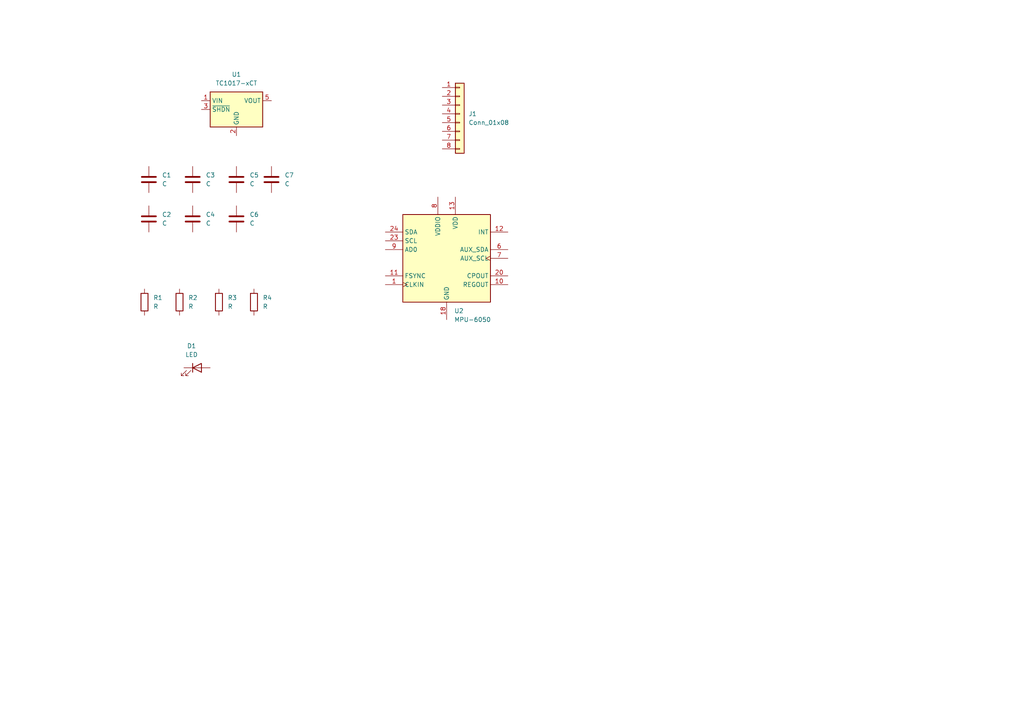
<source format=kicad_sch>
(kicad_sch (version 20241004) (generator "eeschema") (generator_version "8.99")
  (paper "A4")
  (lib_symbols
    (symbol "Connector_Generic:Conn_01x08" (pin_names (offset 1.016) (hide yes))
      (property "Reference" "J" (at 0 10.16 0))
      (property "Value" "Conn_01x08" (at 0 -12.7 0))
      (symbol "Conn_01x08_1_1"
        (rectangle (start -1.27 8.89) (end 1.27 -11.43) (stroke (width 0.254)) (fill (type background)))
        (rectangle (start -1.27 7.747) (end 0 7.493) (stroke (width 0.1524)))
        (rectangle (start -1.27 5.207) (end 0 4.953) (stroke (width 0.1524)))
        (rectangle (start -1.27 2.667) (end 0 2.413) (stroke (width 0.1524)))
        (rectangle (start -1.27 0.127) (end 0 -0.127) (stroke (width 0.1524)))
        (rectangle (start -1.27 -2.413) (end 0 -2.667) (stroke (width 0.1524)))
        (rectangle (start -1.27 -4.953) (end 0 -5.207) (stroke (width 0.1524)))
        (rectangle (start -1.27 -7.493) (end 0 -7.747) (stroke (width 0.1524)))
        (rectangle (start -1.27 -10.033) (end 0 -10.287) (stroke (width 0.1524)))
        (pin passive line (at -5.08 7.62 0) (length 3.81) (name "Pin_1") (number "1"))
        (pin passive line (at -5.08 5.08 0) (length 3.81) (name "Pin_2") (number "2"))
        (pin passive line (at -5.08 2.54 0) (length 3.81) (name "Pin_3") (number "3"))
        (pin passive line (at -5.08 0 0) (length 3.81) (name "Pin_4") (number "4"))
        (pin passive line (at -5.08 -2.54 0) (length 3.81) (name "Pin_5") (number "5"))
        (pin passive line (at -5.08 -5.08 0) (length 3.81) (name "Pin_6") (number "6"))
        (pin passive line (at -5.08 -7.62 0) (length 3.81) (name "Pin_7") (number "7"))
        (pin passive line (at -5.08 -10.16 0) (length 3.81) (name "Pin_8") (number "8"))
      )
    )
    (symbol "Device:C" (pin_numbers (hide yes)) (pin_names (offset 0.254))
      (property "Reference" "C" (at 0.635 2.54 0))
      (property "Value" "C" (at 0.635 -2.54 0))
      (symbol "C_0_1"
        (polyline (pts (xy -2.032 0.762) (xy 2.032 0.762)) (stroke (width 0.508)))
        (polyline (pts (xy -2.032 -0.762) (xy 2.032 -0.762)) (stroke (width 0.508)))
      )
      (symbol "C_1_1"
        (pin passive line (at 0 3.81 270) (length 2.794) (name "~") (number "1"))
        (pin passive line (at 0 -3.81 90) (length 2.794) (name "~") (number "2"))
      )
    )
    (symbol "Device:LED" (pin_numbers (hide yes)) (pin_names (offset 1.016) (hide yes))
      (property "Reference" "D" (at 0 2.54 0))
      (property "Value" "LED" (at 0 -2.54 0))
      (symbol "LED_0_1"
        (polyline (pts (xy -3.048 -0.762) (xy -4.572 -2.286) (xy -3.81 -2.286) (xy -4.572 -2.286) (xy -4.572 -1.524)))
        (polyline (pts (xy -1.778 -0.762) (xy -3.302 -2.286) (xy -2.54 -2.286) (xy -3.302 -2.286) (xy -3.302 -1.524)))
        (polyline (pts (xy -1.27 0) (xy 1.27 0)))
        (polyline (pts (xy -1.27 -1.27) (xy -1.27 1.27)) (stroke (width 0.254)))
        (polyline (pts (xy 1.27 -1.27) (xy 1.27 1.27) (xy -1.27 0) (xy 1.27 -1.27)) (stroke (width 0.254)))
      )
      (symbol "LED_1_1"
        (pin passive line (at -3.81 0 0) (length 2.54) (name "K") (number "1"))
        (pin passive line (at 3.81 0 180) (length 2.54) (name "A") (number "2"))
      )
    )
    (symbol "Device:R" (pin_numbers (hide yes)) (pin_names (offset 0))
      (property "Reference" "R" (at 2.032 0 90))
      (property "Value" "R" (at 0 0 90))
      (symbol "R_0_1"
        (rectangle (start -1.016 -2.54) (end 1.016 2.54) (stroke (width 0.254)))
      )
      (symbol "R_1_1"
        (pin passive line (at 0 3.81 270) (length 1.27) (name "~") (number "1"))
        (pin passive line (at 0 -3.81 90) (length 1.27) (name "~") (number "2"))
      )
    )
    (symbol "Regulator_Linear:TC1017-xCT"
      (property "Reference" "U" (at -6.35 6.35 0))
      (property "Value" "TC1017-xCT" (at 0 6.35 0))
      (symbol "TC1017-xCT_0_1"
        (rectangle (start -7.62 5.08) (end 7.62 -5.08) (stroke (width 0.254)) (fill (type background)))
      )
      (symbol "TC1017-xCT_1_1"
        (pin power_in line (at -10.16 2.54 0) (length 2.54) (name "VIN") (number "1"))
        (pin input line (at -10.16 0 0) (length 2.54) (name "~{SHDN}") (number "3"))
        (pin power_in line (at 0 -7.62 90) (length 2.54) (name "GND") (number "2"))
        (pin no_connect line (at 7.62 0 180) (length 2.54) (hide yes) (name "NC") (number "4"))
        (pin power_out line (at 10.16 2.54 180) (length 2.54) (name "VOUT") (number "5"))
      )
    )
    (symbol "Sensor_Motion:MPU-6050"
      (property "Reference" "U" (at -11.43 13.97 0))
      (property "Value" "MPU-6050" (at 7.62 -13.97 0))
      (symbol "MPU-6050_0_1"
        (rectangle (start -12.7 12.7) (end 12.7 -12.7) (stroke (width 0.254)) (fill (type background)))
      )
      (symbol "MPU-6050_1_1"
        (pin bidirectional line (at -17.78 7.62 0) (length 5.08) (name "SDA") (number "24"))
        (pin input line (at -17.78 5.08 0) (length 5.08) (name "SCL") (number "23"))
        (pin input line (at -17.78 2.54 0) (length 5.08) (name "AD0") (number "9"))
        (pin input line (at -17.78 -5.08 0) (length 5.08) (name "FSYNC") (number "11"))
        (pin input clock (at -17.78 -7.62 0) (length 5.08) (name "CLKIN") (number "1"))
        (pin power_in line (at -2.54 17.78 270) (length 5.08) (name "VDDIO") (number "8"))
        (pin power_in line (at 0 -17.78 90) (length 5.08) (name "GND") (number "18"))
        (pin power_in line (at 2.54 17.78 270) (length 5.08) (name "VDD") (number "13"))
        (pin output line (at 17.78 7.62 180) (length 5.08) (name "INT") (number "12"))
        (pin bidirectional line (at 17.78 2.54 180) (length 5.08) (name "AUX_SDA") (number "6"))
        (pin output clock (at 17.78 0 180) (length 5.08) (name "AUX_SCL") (number "7"))
        (pin passive line (at 17.78 -5.08 180) (length 5.08) (name "CPOUT") (number "20"))
        (pin passive line (at 17.78 -7.62 180) (length 5.08) (name "REGOUT") (number "10"))
      )
    )
  )
  (symbol (lib_id "Device:R") (at 52.07 87.63 0) (unit 1)
    (property "Reference" "R2" (at 54.61 86.3599 0) (effects (justify left)))
    (property "Value" "R" (at 54.61 88.8999 0) (effects (justify left)))
    (property "Footprint" "Resistor_SMD:R_0603_1608Metric" (effects (hide yes)))
    (property "Description" "Resistor" (effects (hide yes)))
  )
  (symbol (lib_id "Device:C") (at 55.88 52.07 0) (unit 1)
    (property "Reference" "C3" (at 59.69 50.7999 0) (effects (justify left)))
    (property "Value" "C" (at 59.69 53.3399 0) (effects (justify left)))
    (property "Footprint" "Capacitor_SMD:C_0603_1608Metric" (effects (hide yes)))
    (property "Description" "Unpolarized capacitor" (effects (hide yes)))
  )
  (symbol (lib_id "Device:R") (at 41.91 87.63 0) (unit 1)
    (property "Reference" "R1" (at 44.45 86.3599 0) (effects (justify left)))
    (property "Value" "R" (at 44.45 88.8999 0) (effects (justify left)))
    (property "Footprint" "Resistor_SMD:R_0603_1608Metric" (effects (hide yes)))
    (property "Description" "Resistor" (effects (hide yes)))
  )
  (symbol (lib_id "Device:R") (at 73.66 87.63 0) (unit 1)
    (property "Reference" "R4" (at 76.2 86.3599 0) (effects (justify left)))
    (property "Value" "R" (at 76.2 88.8999 0) (effects (justify left)))
    (property "Footprint" "Resistor_SMD:R_0603_1608Metric" (effects (hide yes)))
    (property "Description" "Resistor" (effects (hide yes)))
  )
  (symbol (lib_id "Device:C") (at 68.58 52.07 0) (unit 1)
    (property "Reference" "C5" (at 72.39 50.7999 0) (effects (justify left)))
    (property "Value" "C" (at 72.39 53.3399 0) (effects (justify left)))
    (property "Footprint" "Capacitor_SMD:C_0603_1608Metric" (effects (hide yes)))
    (property "Description" "Unpolarized capacitor" (effects (hide yes)))
  )
  (symbol (lib_id "Device:LED") (at 57.15 106.68 0) (unit 1)
    (property "Reference" "D1" (at 55.5625 100.33 0))
    (property "Value" "LED" (at 55.5625 102.87 0))
    (property "Footprint" "LED_SMD:LED_0603_1608Metric" (effects (hide yes)))
    (property "Description" "Light emitting diode" (effects (hide yes)))
  )
  (symbol (lib_id "Device:C") (at 43.18 63.5 0) (unit 1)
    (property "Reference" "C2" (at 46.99 62.2299 0) (effects (justify left)))
    (property "Value" "C" (at 46.99 64.7699 0) (effects (justify left)))
    (property "Footprint" "Capacitor_SMD:C_0603_1608Metric" (effects (hide yes)))
    (property "Description" "Unpolarized capacitor" (effects (hide yes)))
  )
  (symbol (lib_id "Device:C") (at 68.58 63.5 0) (unit 1)
    (property "Reference" "C6" (at 72.39 62.2299 0) (effects (justify left)))
    (property "Value" "C" (at 72.39 64.7699 0) (effects (justify left)))
    (property "Footprint" "Capacitor_SMD:C_0603_1608Metric" (effects (hide yes)))
    (property "Description" "Unpolarized capacitor" (effects (hide yes)))
  )
  (symbol (lib_id "Device:R") (at 63.5 87.63 0) (unit 1)
    (property "Reference" "R3" (at 66.04 86.3599 0) (effects (justify left)))
    (property "Value" "R" (at 66.04 88.8999 0) (effects (justify left)))
    (property "Footprint" "Resistor_SMD:R_0603_1608Metric" (effects (hide yes)))
    (property "Description" "Resistor" (effects (hide yes)))
  )
  (symbol (lib_id "Regulator_Linear:TC1017-xCT") (at 68.58 31.75 0) (unit 1)
    (property "Reference" "U1" (at 68.58 21.59 0))
    (property "Value" "TC1017-xCT" (at 68.58 24.13 0))
    (property "Footprint" "Package_TO_SOT_SMD:SOT-23-5" (effects (hide yes)))
    (property "Datasheet" "http://ww1.microchip.com/downloads/en/DeviceDoc/21813F.pdf" (effects (hide yes)))
    (property "Description" "150mA, Tiny CMOS LDO With Shutdown, SOT-23-5" (effects (hide yes)))
  )
  (symbol (lib_id "Connector_Generic:Conn_01x08") (at 133.35 33.02 0) (unit 1)
    (property "Reference" "J1" (at 135.89 33.0199 0) (effects (justify left)))
    (property "Value" "Conn_01x08" (at 135.89 35.5599 0) (effects (justify left)))
    (property "Footprint" "Connector_PinHeader_2.54mm:PinHeader_1x08_P2.54mm_Vertical" (effects (hide yes)))
    (property "Description" "Generic connector, single row, 01x08, script generated (kicad-library-utils/schlib/autogen/connector/)" (effects (hide yes)))
  )
  (symbol (lib_id "Sensor_Motion:MPU-6050") (at 129.54 74.93 0) (unit 1)
    (property "Reference" "U2" (at 131.7341 90.17 0) (effects (justify left)))
    (property "Value" "MPU-6050" (at 131.7341 92.71 0) (effects (justify left)))
    (property "Footprint" "Sensor_Motion:InvenSense_QFN-24_4x4mm_P0.5mm" (effects (hide yes)))
    (property "Datasheet" "https://store.invensense.com/datasheets/invensense/MPU-6050_DataSheet_V3%204.pdf" (effects (hide yes)))
    (property "Description" "InvenSense 6-Axis Motion Sensor, Gyroscope, Accelerometer, I2C" (effects (hide yes)))
  )
  (symbol (lib_id "Device:C") (at 55.88 63.5 0) (unit 1)
    (property "Reference" "C4" (at 59.69 62.2299 0) (effects (justify left)))
    (property "Value" "C" (at 59.69 64.7699 0) (effects (justify left)))
    (property "Footprint" "Capacitor_SMD:C_0603_1608Metric" (effects (hide yes)))
    (property "Description" "Unpolarized capacitor" (effects (hide yes)))
  )
  (symbol (lib_id "Device:C") (at 43.18 52.07 0) (unit 1)
    (property "Reference" "C1" (at 46.99 50.7999 0) (effects (justify left)))
    (property "Value" "C" (at 46.99 53.3399 0) (effects (justify left)))
    (property "Footprint" "Capacitor_SMD:C_0603_1608Metric" (effects (hide yes)))
    (property "Description" "Unpolarized capacitor" (effects (hide yes)))
  )
  (symbol (lib_id "Device:C") (at 78.74 52.07 0) (unit 1)
    (property "Reference" "C7" (at 82.55 50.7999 0) (effects (justify left)))
    (property "Value" "C" (at 82.55 53.3399 0) (effects (justify left)))
    (property "Footprint" "Capacitor_Tantalum_SMD:CP_EIA-3216-10_Kemet-I" (effects (hide yes)))
    (property "Description" "Unpolarized capacitor" (effects (hide yes)))
  )
)
</source>
